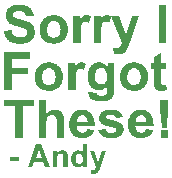
<source format=gto>
G04 Layer_Color=15132400*
%FSLAX25Y25*%
%MOIN*%
G70*
G01*
G75*
G36*
X269227Y159449D02*
X266804D01*
Y161872D01*
X269227D01*
Y159449D01*
D02*
G37*
G36*
X228596Y167393D02*
X228615Y167411D01*
X228651Y167447D01*
X228724Y167520D01*
X228797Y167611D01*
X228924Y167721D01*
X229052Y167830D01*
X229216Y167958D01*
X229380Y168103D01*
X229580Y168231D01*
X229799Y168358D01*
X230273Y168577D01*
X230528Y168668D01*
X230801Y168741D01*
X231093Y168778D01*
X231384Y168796D01*
X231530D01*
X231694Y168778D01*
X231894Y168759D01*
X232131Y168723D01*
X232368Y168650D01*
X232641Y168577D01*
X232896Y168468D01*
X232933Y168449D01*
X233006Y168413D01*
X233133Y168340D01*
X233279Y168249D01*
X233443Y168140D01*
X233607Y168012D01*
X233771Y167848D01*
X233917Y167684D01*
X233935Y167666D01*
X233971Y167593D01*
X234026Y167502D01*
X234099Y167375D01*
X234190Y167210D01*
X234263Y167028D01*
X234336Y166828D01*
X234390Y166609D01*
Y166591D01*
X234408Y166500D01*
X234427Y166354D01*
X234463Y166172D01*
X234481Y165917D01*
X234500Y165607D01*
X234518Y165243D01*
Y164805D01*
Y159449D01*
X232095D01*
Y164259D01*
Y164277D01*
Y164314D01*
Y164386D01*
Y164496D01*
Y164605D01*
Y164733D01*
X232076Y165024D01*
X232058Y165334D01*
X232040Y165644D01*
X232003Y165899D01*
X231967Y165990D01*
X231949Y166081D01*
Y166099D01*
X231912Y166154D01*
X231876Y166208D01*
X231839Y166299D01*
X231676Y166500D01*
X231584Y166609D01*
X231457Y166700D01*
X231439Y166719D01*
X231402Y166737D01*
X231311Y166773D01*
X231220Y166828D01*
X231093Y166864D01*
X230947Y166901D01*
X230765Y166919D01*
X230582Y166937D01*
X230473D01*
X230364Y166919D01*
X230218Y166901D01*
X230054Y166864D01*
X229872Y166810D01*
X229690Y166737D01*
X229507Y166628D01*
X229489Y166609D01*
X229434Y166573D01*
X229343Y166500D01*
X229252Y166409D01*
X229125Y166281D01*
X229015Y166136D01*
X228906Y165953D01*
X228815Y165753D01*
Y165735D01*
X228779Y165644D01*
X228742Y165516D01*
X228706Y165316D01*
X228669Y165079D01*
X228633Y164769D01*
X228615Y164423D01*
X228596Y164022D01*
Y159449D01*
X226173D01*
Y172057D01*
X228596D01*
Y167393D01*
D02*
G37*
G36*
X224570Y169925D02*
X220853D01*
Y159449D01*
X218302D01*
Y169925D01*
X214567D01*
Y172057D01*
X224570D01*
Y169925D01*
D02*
G37*
G36*
X269318Y169087D02*
X268699Y162710D01*
X267314D01*
X266694Y169087D01*
Y172057D01*
X269318D01*
Y169087D01*
D02*
G37*
G36*
X229799Y184526D02*
X229981Y184507D01*
X230182Y184471D01*
X230418Y184434D01*
X230655Y184380D01*
X230928Y184307D01*
X231202Y184216D01*
X231475Y184106D01*
X231767Y183979D01*
X232058Y183815D01*
X232331Y183633D01*
X232605Y183432D01*
X232860Y183195D01*
X232878Y183177D01*
X232914Y183141D01*
X232987Y183050D01*
X233060Y182959D01*
X233170Y182813D01*
X233279Y182667D01*
X233406Y182467D01*
X233534Y182266D01*
X233643Y182029D01*
X233771Y181774D01*
X233880Y181483D01*
X233989Y181191D01*
X234062Y180863D01*
X234135Y180535D01*
X234172Y180171D01*
X234190Y179788D01*
Y179770D01*
Y179697D01*
Y179588D01*
X234172Y179442D01*
X234153Y179260D01*
X234117Y179060D01*
X234081Y178823D01*
X234026Y178586D01*
X233953Y178313D01*
X233862Y178039D01*
X233753Y177748D01*
X233625Y177456D01*
X233461Y177165D01*
X233279Y176891D01*
X233079Y176618D01*
X232842Y176345D01*
X232823Y176327D01*
X232787Y176290D01*
X232714Y176217D01*
X232605Y176126D01*
X232477Y176035D01*
X232313Y175926D01*
X232131Y175798D01*
X231931Y175671D01*
X231694Y175543D01*
X231439Y175416D01*
X231165Y175306D01*
X230856Y175215D01*
X230546Y175124D01*
X230200Y175051D01*
X229854Y175015D01*
X229471Y174996D01*
X229343D01*
X229252Y175015D01*
X229143D01*
X229015Y175033D01*
X228706Y175069D01*
X228323Y175142D01*
X227922Y175233D01*
X227503Y175379D01*
X227066Y175561D01*
X227048D01*
X227011Y175580D01*
X226957Y175616D01*
X226884Y175671D01*
X226683Y175798D01*
X226428Y175980D01*
X226155Y176217D01*
X225863Y176509D01*
X225590Y176837D01*
X225335Y177219D01*
Y177237D01*
X225317Y177274D01*
X225280Y177329D01*
X225244Y177420D01*
X225207Y177529D01*
X225153Y177656D01*
X225098Y177802D01*
X225043Y177966D01*
X224989Y178148D01*
X224934Y178349D01*
X224843Y178804D01*
X224770Y179333D01*
X224752Y179898D01*
Y179916D01*
Y179952D01*
Y180025D01*
X224770Y180098D01*
Y180207D01*
X224788Y180335D01*
X224825Y180645D01*
X224898Y180991D01*
X225007Y181373D01*
X225134Y181792D01*
X225335Y182212D01*
Y182230D01*
X225371Y182266D01*
X225390Y182321D01*
X225444Y182394D01*
X225590Y182594D01*
X225772Y182849D01*
X226009Y183123D01*
X226301Y183414D01*
X226629Y183687D01*
X227011Y183942D01*
X227029D01*
X227066Y183961D01*
X227120Y183997D01*
X227212Y184034D01*
X227303Y184088D01*
X227430Y184125D01*
X227576Y184179D01*
X227722Y184252D01*
X228086Y184362D01*
X228505Y184453D01*
X228961Y184526D01*
X229453Y184544D01*
X229653D01*
X229799Y184526D01*
D02*
G37*
G36*
X246397D02*
X246525D01*
X246652Y184489D01*
X246834Y184471D01*
X247017Y184416D01*
X247217Y184362D01*
X247436Y184270D01*
X247654Y184179D01*
X247891Y184052D01*
X248128Y183906D01*
X248365Y183742D01*
X248602Y183523D01*
X248820Y183305D01*
X249039Y183031D01*
Y184343D01*
X251298D01*
Y176126D01*
Y176108D01*
Y176053D01*
Y175980D01*
Y175871D01*
Y175725D01*
X251280Y175580D01*
X251262Y175233D01*
X251226Y174832D01*
X251189Y174432D01*
X251116Y174049D01*
X251080Y173885D01*
X251025Y173721D01*
X251007Y173685D01*
X250971Y173593D01*
X250916Y173448D01*
X250825Y173266D01*
X250715Y173065D01*
X250588Y172846D01*
X250442Y172646D01*
X250260Y172464D01*
X250242Y172446D01*
X250169Y172391D01*
X250060Y172300D01*
X249932Y172209D01*
X249750Y172099D01*
X249531Y171972D01*
X249276Y171863D01*
X248985Y171753D01*
X248948Y171735D01*
X248839Y171717D01*
X248675Y171662D01*
X248438Y171626D01*
X248128Y171571D01*
X247782Y171516D01*
X247381Y171498D01*
X246944Y171480D01*
X246725D01*
X246561Y171498D01*
X246379D01*
X246160Y171516D01*
X245923Y171553D01*
X245669Y171589D01*
X245122Y171680D01*
X244575Y171826D01*
X244320Y171917D01*
X244065Y172027D01*
X243847Y172136D01*
X243646Y172282D01*
X243628Y172300D01*
X243610Y172318D01*
X243500Y172427D01*
X243336Y172591D01*
X243172Y172828D01*
X242990Y173120D01*
X242826Y173466D01*
X242717Y173867D01*
X242699Y174085D01*
X242680Y174304D01*
Y174322D01*
Y174395D01*
Y174486D01*
X242699Y174596D01*
X245468Y174268D01*
Y174249D01*
X245486Y174195D01*
X245504Y174104D01*
X245523Y174013D01*
X245614Y173794D01*
X245687Y173685D01*
X245778Y173612D01*
X245796Y173593D01*
X245851Y173575D01*
X245923Y173521D01*
X246051Y173484D01*
X246197Y173430D01*
X246379Y173375D01*
X246598Y173357D01*
X246853Y173338D01*
X247017D01*
X247181Y173357D01*
X247381Y173375D01*
X247618Y173411D01*
X247855Y173466D01*
X248074Y173539D01*
X248274Y173630D01*
X248292Y173648D01*
X248329Y173666D01*
X248383Y173703D01*
X248456Y173776D01*
X248529Y173867D01*
X248602Y173976D01*
X248675Y174104D01*
X248748Y174249D01*
Y174268D01*
X248766Y174304D01*
X248784Y174377D01*
X248820Y174504D01*
X248839Y174650D01*
X248857Y174832D01*
X248875Y175069D01*
Y175343D01*
Y176673D01*
X248857Y176654D01*
X248820Y176618D01*
X248766Y176545D01*
X248675Y176436D01*
X248584Y176327D01*
X248456Y176199D01*
X248292Y176071D01*
X248128Y175944D01*
X247946Y175798D01*
X247727Y175671D01*
X247272Y175434D01*
X247017Y175343D01*
X246743Y175270D01*
X246452Y175215D01*
X246142Y175197D01*
X246069D01*
X245960Y175215D01*
X245832D01*
X245687Y175251D01*
X245504Y175288D01*
X245304Y175324D01*
X245085Y175397D01*
X244867Y175470D01*
X244630Y175580D01*
X244375Y175707D01*
X244138Y175853D01*
X243901Y176035D01*
X243664Y176235D01*
X243446Y176472D01*
X243227Y176746D01*
Y176764D01*
X243191Y176800D01*
X243154Y176873D01*
X243099Y176964D01*
X243027Y177092D01*
X242954Y177237D01*
X242881Y177401D01*
X242808Y177602D01*
X242735Y177802D01*
X242662Y178039D01*
X242589Y178294D01*
X242516Y178568D01*
X242425Y179151D01*
X242407Y179479D01*
X242389Y179806D01*
Y179825D01*
Y179916D01*
Y180025D01*
X242407Y180189D01*
X242425Y180371D01*
X242443Y180590D01*
X242480Y180845D01*
X242535Y181100D01*
X242662Y181683D01*
X242753Y181975D01*
X242844Y182266D01*
X242972Y182539D01*
X243118Y182831D01*
X243282Y183086D01*
X243482Y183323D01*
X243500Y183341D01*
X243537Y183378D01*
X243591Y183432D01*
X243683Y183523D01*
X243792Y183615D01*
X243919Y183706D01*
X244065Y183815D01*
X244247Y183942D01*
X244429Y184052D01*
X244648Y184161D01*
X245104Y184362D01*
X245377Y184434D01*
X245650Y184489D01*
X245942Y184526D01*
X246233Y184544D01*
X246306D01*
X246397Y184526D01*
D02*
G37*
G36*
X250551Y168778D02*
X250734Y168759D01*
X250934Y168741D01*
X251153Y168723D01*
X251608Y168650D01*
X252064Y168541D01*
X252501Y168377D01*
X252701Y168286D01*
X252884Y168176D01*
X252902D01*
X252920Y168140D01*
X253029Y168067D01*
X253193Y167921D01*
X253376Y167721D01*
X253594Y167484D01*
X253795Y167174D01*
X253995Y166810D01*
X254141Y166391D01*
X251863Y165972D01*
Y165990D01*
X251827Y166063D01*
X251790Y166154D01*
X251736Y166263D01*
X251663Y166409D01*
X251554Y166536D01*
X251444Y166664D01*
X251298Y166773D01*
X251280Y166791D01*
X251226Y166828D01*
X251134Y166864D01*
X251007Y166919D01*
X250843Y166974D01*
X250642Y167028D01*
X250406Y167047D01*
X250132Y167065D01*
X249968D01*
X249804Y167047D01*
X249604Y167028D01*
X249367Y166992D01*
X249149Y166955D01*
X248948Y166883D01*
X248766Y166791D01*
X248748D01*
X248729Y166755D01*
X248638Y166664D01*
X248529Y166500D01*
X248511Y166409D01*
X248493Y166299D01*
Y166281D01*
Y166263D01*
X248529Y166154D01*
X248602Y166008D01*
X248657Y165935D01*
X248729Y165862D01*
X248748Y165844D01*
X248820Y165826D01*
X248857Y165789D01*
X248930Y165771D01*
X249021Y165735D01*
X249130Y165680D01*
X249276Y165644D01*
X249422Y165589D01*
X249604Y165534D01*
X249823Y165480D01*
X250060Y165407D01*
X250333Y165334D01*
X250642Y165261D01*
X250989Y165170D01*
X251007D01*
X251080Y165152D01*
X251171Y165134D01*
X251298Y165097D01*
X251462Y165042D01*
X251645Y165006D01*
X252045Y164878D01*
X252501Y164714D01*
X252938Y164532D01*
X253157Y164423D01*
X253357Y164332D01*
X253521Y164204D01*
X253685Y164095D01*
X253722Y164058D01*
X253813Y163986D01*
X253922Y163840D01*
X254068Y163639D01*
X254214Y163384D01*
X254323Y163075D01*
X254414Y162710D01*
X254450Y162309D01*
Y162291D01*
Y162255D01*
Y162182D01*
X254432Y162091D01*
X254414Y162000D01*
X254396Y161872D01*
X254323Y161562D01*
X254195Y161234D01*
X254104Y161052D01*
X254013Y160870D01*
X253886Y160688D01*
X253740Y160506D01*
X253576Y160323D01*
X253394Y160141D01*
X253376Y160123D01*
X253339Y160105D01*
X253284Y160068D01*
X253193Y159995D01*
X253084Y159941D01*
X252957Y159868D01*
X252793Y159777D01*
X252610Y159704D01*
X252410Y159613D01*
X252173Y159540D01*
X251918Y159449D01*
X251645Y159394D01*
X251335Y159339D01*
X251007Y159285D01*
X250661Y159267D01*
X250296Y159248D01*
X250114D01*
X249987Y159267D01*
X249823D01*
X249640Y159285D01*
X249440Y159303D01*
X249221Y159339D01*
X248748Y159431D01*
X248256Y159558D01*
X247764Y159740D01*
X247545Y159868D01*
X247326Y159995D01*
X247308Y160014D01*
X247272Y160032D01*
X247217Y160068D01*
X247163Y160141D01*
X246962Y160305D01*
X246743Y160542D01*
X246507Y160834D01*
X246288Y161180D01*
X246088Y161599D01*
X245923Y162054D01*
X248347Y162419D01*
Y162382D01*
X248383Y162309D01*
X248420Y162182D01*
X248474Y162018D01*
X248566Y161836D01*
X248675Y161672D01*
X248802Y161489D01*
X248966Y161344D01*
X248985Y161326D01*
X249057Y161289D01*
X249167Y161234D01*
X249312Y161180D01*
X249495Y161107D01*
X249731Y161052D01*
X249987Y161016D01*
X250296Y160997D01*
X250442D01*
X250624Y161016D01*
X250825Y161034D01*
X251043Y161070D01*
X251280Y161143D01*
X251499Y161216D01*
X251699Y161326D01*
X251717Y161344D01*
X251754Y161380D01*
X251809Y161435D01*
X251863Y161508D01*
X251918Y161599D01*
X251973Y161708D01*
X252009Y161836D01*
X252027Y161981D01*
Y162000D01*
Y162036D01*
X252009Y162145D01*
X251954Y162291D01*
X251845Y162437D01*
X251809Y162473D01*
X251754Y162492D01*
X251681Y162546D01*
X251572Y162583D01*
X251426Y162637D01*
X251262Y162692D01*
X251043Y162747D01*
X251007D01*
X250916Y162783D01*
X250770Y162820D01*
X250570Y162856D01*
X250333Y162911D01*
X250078Y162984D01*
X249786Y163056D01*
X249477Y163147D01*
X248839Y163330D01*
X248529Y163421D01*
X248237Y163530D01*
X247964Y163621D01*
X247709Y163731D01*
X247491Y163840D01*
X247326Y163931D01*
X247308Y163949D01*
X247272Y163967D01*
X247235Y164004D01*
X247163Y164077D01*
X246980Y164241D01*
X246798Y164478D01*
X246598Y164769D01*
X246415Y165115D01*
X246343Y165316D01*
X246306Y165534D01*
X246270Y165753D01*
X246252Y165990D01*
Y166008D01*
Y166044D01*
Y166099D01*
X246270Y166190D01*
X246288Y166281D01*
X246306Y166409D01*
X246361Y166682D01*
X246470Y166992D01*
X246652Y167320D01*
X246743Y167502D01*
X246871Y167666D01*
X247017Y167830D01*
X247181Y167976D01*
X247199Y167994D01*
X247217Y168012D01*
X247272Y168049D01*
X247363Y168103D01*
X247454Y168158D01*
X247582Y168231D01*
X247727Y168304D01*
X247891Y168395D01*
X248092Y168468D01*
X248310Y168541D01*
X248547Y168614D01*
X248802Y168668D01*
X249094Y168723D01*
X249404Y168759D01*
X249731Y168796D01*
X250406D01*
X250551Y168778D01*
D02*
G37*
G36*
X219388Y151628D02*
X216535D01*
Y153082D01*
X219388D01*
Y151628D01*
D02*
G37*
G36*
X246724Y149803D02*
X246374Y148863D01*
X246363Y148841D01*
X246341Y148787D01*
X246298Y148699D01*
X246254Y148590D01*
X246199Y148470D01*
X246134Y148349D01*
X246068Y148240D01*
X246003Y148131D01*
X245992Y148120D01*
X245970Y148087D01*
X245937Y148043D01*
X245893Y147978D01*
X245773Y147847D01*
X245609Y147715D01*
X245598Y147705D01*
X245566Y147694D01*
X245522Y147661D01*
X245456Y147628D01*
X245380Y147595D01*
X245292Y147552D01*
X245183Y147508D01*
X245063Y147475D01*
X245052D01*
X245008Y147464D01*
X244942Y147442D01*
X244844Y147431D01*
X244735Y147409D01*
X244615Y147388D01*
X244473Y147377D01*
X244254D01*
X244166Y147388D01*
X244068D01*
X243937Y147398D01*
X243806Y147420D01*
X243511Y147475D01*
X243379Y148612D01*
X243390D01*
X243434Y148601D01*
X243500Y148590D01*
X243587Y148579D01*
X243675Y148557D01*
X243784Y148546D01*
X243992Y148535D01*
X244079D01*
X244166Y148557D01*
X244276Y148579D01*
X244396Y148612D01*
X244516Y148666D01*
X244637Y148743D01*
X244735Y148841D01*
X244746Y148852D01*
X244778Y148896D01*
X244822Y148961D01*
X244877Y149049D01*
X244932Y149158D01*
X244997Y149289D01*
X245052Y149431D01*
X245106Y149595D01*
X243030Y155093D01*
X244571D01*
X245871Y151191D01*
X247161Y155093D01*
X248659D01*
X246724Y149803D01*
D02*
G37*
G36*
X229990Y149606D02*
X228340D01*
X227684Y151322D01*
X224645D01*
X224023Y149606D01*
X222405D01*
X225334Y157170D01*
X226952D01*
X229990Y149606D01*
D02*
G37*
G36*
X234100Y155202D02*
X234220Y155192D01*
X234351Y155170D01*
X234493Y155137D01*
X234646Y155093D01*
X234800Y155038D01*
X234821Y155028D01*
X234865Y155006D01*
X234942Y154973D01*
X235029Y154918D01*
X235127Y154853D01*
X235226Y154776D01*
X235324Y154689D01*
X235412Y154590D01*
X235422Y154579D01*
X235444Y154547D01*
X235477Y154492D01*
X235521Y154416D01*
X235576Y154328D01*
X235619Y154219D01*
X235663Y154110D01*
X235696Y153978D01*
Y153967D01*
X235707Y153913D01*
X235729Y153836D01*
X235739Y153727D01*
X235761Y153596D01*
X235772Y153421D01*
X235783Y153235D01*
Y153006D01*
Y149606D01*
X234330D01*
Y152393D01*
Y152404D01*
Y152437D01*
Y152481D01*
Y152535D01*
Y152612D01*
Y152689D01*
X234318Y152874D01*
X234308Y153060D01*
X234286Y153257D01*
X234264Y153421D01*
X234253Y153486D01*
X234231Y153541D01*
Y153552D01*
X234209Y153585D01*
X234187Y153629D01*
X234155Y153694D01*
X234056Y153825D01*
X234002Y153891D01*
X233925Y153946D01*
X233914Y153956D01*
X233892Y153967D01*
X233849Y153989D01*
X233783Y154022D01*
X233706Y154055D01*
X233630Y154077D01*
X233532Y154088D01*
X233422Y154098D01*
X233357D01*
X233291Y154088D01*
X233204Y154077D01*
X233094Y154044D01*
X232985Y154011D01*
X232865Y153956D01*
X232745Y153891D01*
X232734Y153880D01*
X232701Y153858D01*
X232646Y153803D01*
X232581Y153749D01*
X232515Y153661D01*
X232450Y153574D01*
X232384Y153454D01*
X232340Y153333D01*
Y153323D01*
X232318Y153268D01*
X232307Y153180D01*
X232286Y153049D01*
X232275Y152973D01*
X232264Y152874D01*
X232253Y152776D01*
Y152656D01*
X232242Y152535D01*
X232231Y152393D01*
Y152240D01*
Y152076D01*
Y149606D01*
X230777D01*
Y155093D01*
X232122D01*
Y154284D01*
X232133Y154295D01*
X232154Y154328D01*
X232198Y154372D01*
X232253Y154426D01*
X232318Y154503D01*
X232406Y154579D01*
X232504Y154667D01*
X232613Y154754D01*
X232734Y154831D01*
X232876Y154918D01*
X233018Y154995D01*
X233182Y155071D01*
X233357Y155126D01*
X233532Y155170D01*
X233728Y155202D01*
X233925Y155213D01*
X234002D01*
X234100Y155202D01*
D02*
G37*
G36*
X260390Y168778D02*
X260554Y168759D01*
X260755Y168723D01*
X260973Y168686D01*
X261210Y168632D01*
X261465Y168559D01*
X261720Y168468D01*
X261994Y168358D01*
X262267Y168213D01*
X262522Y168067D01*
X262777Y167885D01*
X263032Y167666D01*
X263251Y167429D01*
X263269Y167411D01*
X263305Y167375D01*
X263360Y167283D01*
X263433Y167174D01*
X263524Y167028D01*
X263615Y166864D01*
X263724Y166646D01*
X263834Y166409D01*
X263943Y166136D01*
X264052Y165826D01*
X264144Y165498D01*
X264235Y165115D01*
X264307Y164714D01*
X264362Y164277D01*
X264399Y163822D01*
Y163312D01*
X258350D01*
Y163293D01*
Y163257D01*
Y163202D01*
X258368Y163129D01*
X258386Y162947D01*
X258422Y162692D01*
X258495Y162437D01*
X258605Y162145D01*
X258732Y161872D01*
X258914Y161635D01*
X258933Y161617D01*
X259024Y161544D01*
X259133Y161453D01*
X259297Y161344D01*
X259497Y161234D01*
X259752Y161143D01*
X260026Y161070D01*
X260317Y161052D01*
X260408D01*
X260518Y161070D01*
X260645Y161089D01*
X260791Y161125D01*
X260955Y161180D01*
X261119Y161253D01*
X261265Y161362D01*
X261283Y161380D01*
X261338Y161417D01*
X261411Y161489D01*
X261483Y161599D01*
X261593Y161744D01*
X261684Y161908D01*
X261775Y162127D01*
X261866Y162364D01*
X264271Y161963D01*
Y161945D01*
X264253Y161908D01*
X264216Y161836D01*
X264180Y161744D01*
X264125Y161635D01*
X264071Y161508D01*
X263907Y161216D01*
X263706Y160888D01*
X263451Y160542D01*
X263141Y160232D01*
X262795Y159941D01*
X262777D01*
X262759Y159904D01*
X262686Y159886D01*
X262613Y159831D01*
X262522Y159777D01*
X262394Y159722D01*
X262267Y159668D01*
X262103Y159595D01*
X261738Y159467D01*
X261319Y159358D01*
X260827Y159285D01*
X260299Y159248D01*
X260190D01*
X260081Y159267D01*
X259916D01*
X259716Y159303D01*
X259479Y159339D01*
X259224Y159376D01*
X258969Y159449D01*
X258678Y159522D01*
X258386Y159631D01*
X258095Y159759D01*
X257803Y159904D01*
X257511Y160087D01*
X257238Y160287D01*
X257001Y160524D01*
X256764Y160797D01*
X256746Y160815D01*
X256728Y160852D01*
X256692Y160925D01*
X256619Y161016D01*
X256564Y161143D01*
X256491Y161289D01*
X256400Y161453D01*
X256327Y161653D01*
X256236Y161872D01*
X256163Y162109D01*
X256072Y162364D01*
X256017Y162655D01*
X255963Y162947D01*
X255908Y163257D01*
X255890Y163603D01*
X255872Y163949D01*
Y163967D01*
Y164040D01*
Y164168D01*
X255890Y164332D01*
X255908Y164514D01*
X255926Y164733D01*
X255963Y164970D01*
X256017Y165243D01*
X256163Y165808D01*
X256254Y166099D01*
X256364Y166409D01*
X256509Y166700D01*
X256673Y166974D01*
X256856Y167247D01*
X257056Y167502D01*
X257074Y167520D01*
X257111Y167557D01*
X257184Y167630D01*
X257275Y167702D01*
X257384Y167794D01*
X257530Y167903D01*
X257694Y168030D01*
X257876Y168158D01*
X258076Y168267D01*
X258313Y168395D01*
X258550Y168504D01*
X258823Y168595D01*
X259097Y168668D01*
X259406Y168741D01*
X259716Y168778D01*
X260044Y168796D01*
X260244D01*
X260390Y168778D01*
D02*
G37*
G36*
X240786D02*
X240950Y168759D01*
X241150Y168723D01*
X241369Y168686D01*
X241605Y168632D01*
X241861Y168559D01*
X242116Y168468D01*
X242389Y168358D01*
X242662Y168213D01*
X242917Y168067D01*
X243172Y167885D01*
X243427Y167666D01*
X243646Y167429D01*
X243664Y167411D01*
X243701Y167375D01*
X243755Y167283D01*
X243828Y167174D01*
X243919Y167028D01*
X244010Y166864D01*
X244120Y166646D01*
X244229Y166409D01*
X244338Y166136D01*
X244448Y165826D01*
X244539Y165498D01*
X244630Y165115D01*
X244703Y164714D01*
X244758Y164277D01*
X244794Y163822D01*
Y163312D01*
X238745D01*
Y163293D01*
Y163257D01*
Y163202D01*
X238763Y163129D01*
X238781Y162947D01*
X238818Y162692D01*
X238891Y162437D01*
X239000Y162145D01*
X239127Y161872D01*
X239310Y161635D01*
X239328Y161617D01*
X239419Y161544D01*
X239528Y161453D01*
X239692Y161344D01*
X239893Y161234D01*
X240148Y161143D01*
X240421Y161070D01*
X240713Y161052D01*
X240804D01*
X240913Y161070D01*
X241041Y161089D01*
X241186Y161125D01*
X241350Y161180D01*
X241514Y161253D01*
X241660Y161362D01*
X241678Y161380D01*
X241733Y161417D01*
X241806Y161489D01*
X241879Y161599D01*
X241988Y161744D01*
X242079Y161908D01*
X242170Y162127D01*
X242261Y162364D01*
X244666Y161963D01*
Y161945D01*
X244648Y161908D01*
X244612Y161836D01*
X244575Y161744D01*
X244521Y161635D01*
X244466Y161508D01*
X244302Y161216D01*
X244102Y160888D01*
X243847Y160542D01*
X243537Y160232D01*
X243191Y159941D01*
X243172D01*
X243154Y159904D01*
X243081Y159886D01*
X243008Y159831D01*
X242917Y159777D01*
X242790Y159722D01*
X242662Y159668D01*
X242498Y159595D01*
X242134Y159467D01*
X241715Y159358D01*
X241223Y159285D01*
X240694Y159248D01*
X240585D01*
X240476Y159267D01*
X240312D01*
X240111Y159303D01*
X239875Y159339D01*
X239619Y159376D01*
X239364Y159449D01*
X239073Y159522D01*
X238781Y159631D01*
X238490Y159759D01*
X238198Y159904D01*
X237907Y160087D01*
X237633Y160287D01*
X237397Y160524D01*
X237160Y160797D01*
X237141Y160815D01*
X237123Y160852D01*
X237087Y160925D01*
X237014Y161016D01*
X236959Y161143D01*
X236886Y161289D01*
X236795Y161453D01*
X236722Y161653D01*
X236631Y161872D01*
X236559Y162109D01*
X236467Y162364D01*
X236413Y162655D01*
X236358Y162947D01*
X236303Y163257D01*
X236285Y163603D01*
X236267Y163949D01*
Y163967D01*
Y164040D01*
Y164168D01*
X236285Y164332D01*
X236303Y164514D01*
X236322Y164733D01*
X236358Y164970D01*
X236413Y165243D01*
X236559Y165808D01*
X236650Y166099D01*
X236759Y166409D01*
X236905Y166700D01*
X237069Y166974D01*
X237251Y167247D01*
X237451Y167502D01*
X237470Y167520D01*
X237506Y167557D01*
X237579Y167630D01*
X237670Y167702D01*
X237779Y167794D01*
X237925Y167903D01*
X238089Y168030D01*
X238271Y168158D01*
X238472Y168267D01*
X238708Y168395D01*
X238945Y168504D01*
X239219Y168595D01*
X239492Y168668D01*
X239802Y168741D01*
X240111Y168778D01*
X240439Y168796D01*
X240640D01*
X240786Y168778D01*
D02*
G37*
G36*
X242286Y149606D02*
X240942D01*
Y150404D01*
X240931Y150382D01*
X240887Y150328D01*
X240811Y150240D01*
X240713Y150142D01*
X240603Y150033D01*
X240461Y149912D01*
X240308Y149803D01*
X240144Y149705D01*
X240122Y149694D01*
X240068Y149672D01*
X239969Y149639D01*
X239860Y149595D01*
X239718Y149552D01*
X239554Y149519D01*
X239390Y149497D01*
X239215Y149486D01*
X239128D01*
X239062Y149497D01*
X238975Y149508D01*
X238887Y149530D01*
X238778Y149552D01*
X238658Y149584D01*
X238538Y149617D01*
X238406Y149672D01*
X238275Y149726D01*
X238133Y149803D01*
X238002Y149890D01*
X237860Y149989D01*
X237729Y150109D01*
X237597Y150240D01*
X237587Y150251D01*
X237565Y150273D01*
X237532Y150317D01*
X237499Y150382D01*
X237444Y150459D01*
X237390Y150557D01*
X237324Y150666D01*
X237270Y150798D01*
X237204Y150940D01*
X237139Y151093D01*
X237084Y151268D01*
X237040Y151453D01*
X236996Y151661D01*
X236964Y151880D01*
X236942Y152109D01*
X236931Y152361D01*
Y152372D01*
Y152426D01*
Y152492D01*
X236942Y152590D01*
X236953Y152710D01*
X236964Y152842D01*
X236985Y152995D01*
X237007Y153148D01*
X237084Y153497D01*
X237139Y153672D01*
X237204Y153847D01*
X237281Y154022D01*
X237368Y154186D01*
X237466Y154339D01*
X237576Y154481D01*
X237587Y154492D01*
X237609Y154514D01*
X237641Y154547D01*
X237696Y154601D01*
X237761Y154656D01*
X237838Y154711D01*
X237925Y154776D01*
X238035Y154853D01*
X238144Y154918D01*
X238275Y154984D01*
X238548Y155104D01*
X238712Y155148D01*
X238876Y155181D01*
X239051Y155202D01*
X239237Y155213D01*
X239324D01*
X239390Y155202D01*
X239467Y155192D01*
X239565Y155170D01*
X239663Y155148D01*
X239784Y155115D01*
X239904Y155082D01*
X240035Y155028D01*
X240166Y154962D01*
X240297Y154896D01*
X240439Y154798D01*
X240570Y154700D01*
X240702Y154579D01*
X240833Y154448D01*
Y157170D01*
X242286D01*
Y149606D01*
D02*
G37*
G36*
X268626Y190945D02*
X266075D01*
Y203553D01*
X268626D01*
Y190945D01*
D02*
G37*
G36*
X231457Y200273D02*
X231639Y200255D01*
X231839Y200219D01*
X232076Y200182D01*
X232313Y200128D01*
X232587Y200055D01*
X232860Y199964D01*
X233133Y199855D01*
X233425Y199727D01*
X233716Y199563D01*
X233989Y199381D01*
X234263Y199180D01*
X234518Y198943D01*
X234536Y198925D01*
X234573Y198889D01*
X234645Y198798D01*
X234718Y198707D01*
X234828Y198561D01*
X234937Y198415D01*
X235064Y198215D01*
X235192Y198014D01*
X235301Y197777D01*
X235429Y197522D01*
X235538Y197231D01*
X235648Y196939D01*
X235720Y196611D01*
X235793Y196283D01*
X235830Y195919D01*
X235848Y195536D01*
Y195518D01*
Y195445D01*
Y195336D01*
X235830Y195190D01*
X235811Y195008D01*
X235775Y194808D01*
X235739Y194571D01*
X235684Y194334D01*
X235611Y194061D01*
X235520Y193787D01*
X235411Y193496D01*
X235283Y193204D01*
X235119Y192913D01*
X234937Y192639D01*
X234736Y192366D01*
X234500Y192093D01*
X234481Y192075D01*
X234445Y192038D01*
X234372Y191965D01*
X234263Y191874D01*
X234135Y191783D01*
X233971Y191674D01*
X233789Y191546D01*
X233589Y191419D01*
X233352Y191291D01*
X233097Y191164D01*
X232823Y191054D01*
X232514Y190963D01*
X232204Y190872D01*
X231858Y190799D01*
X231511Y190763D01*
X231129Y190744D01*
X231001D01*
X230910Y190763D01*
X230801D01*
X230673Y190781D01*
X230364Y190817D01*
X229981Y190890D01*
X229580Y190981D01*
X229161Y191127D01*
X228724Y191309D01*
X228706D01*
X228669Y191328D01*
X228615Y191364D01*
X228542Y191419D01*
X228341Y191546D01*
X228086Y191728D01*
X227813Y191965D01*
X227521Y192257D01*
X227248Y192585D01*
X226993Y192967D01*
Y192985D01*
X226975Y193022D01*
X226938Y193077D01*
X226902Y193168D01*
X226865Y193277D01*
X226811Y193405D01*
X226756Y193550D01*
X226701Y193714D01*
X226647Y193896D01*
X226592Y194097D01*
X226501Y194552D01*
X226428Y195081D01*
X226410Y195646D01*
Y195664D01*
Y195700D01*
Y195773D01*
X226428Y195846D01*
Y195955D01*
X226446Y196083D01*
X226483Y196393D01*
X226556Y196739D01*
X226665Y197122D01*
X226793Y197540D01*
X226993Y197960D01*
Y197978D01*
X227029Y198014D01*
X227048Y198069D01*
X227102Y198142D01*
X227248Y198342D01*
X227430Y198597D01*
X227667Y198871D01*
X227959Y199162D01*
X228287Y199435D01*
X228669Y199690D01*
X228687D01*
X228724Y199709D01*
X228779Y199745D01*
X228870Y199782D01*
X228961Y199836D01*
X229088Y199873D01*
X229234Y199927D01*
X229380Y200000D01*
X229744Y200110D01*
X230163Y200201D01*
X230619Y200273D01*
X231111Y200292D01*
X231311D01*
X231457Y200273D01*
D02*
G37*
G36*
X240585Y184526D02*
X240786Y184489D01*
X241041Y184434D01*
X241314Y184343D01*
X241587Y184234D01*
X241879Y184070D01*
X241113Y181975D01*
X241095Y181993D01*
X241004Y182029D01*
X240895Y182102D01*
X240749Y182175D01*
X240567Y182248D01*
X240385Y182321D01*
X240184Y182357D01*
X239984Y182376D01*
X239911D01*
X239802Y182357D01*
X239692Y182339D01*
X239565Y182303D01*
X239419Y182248D01*
X239273Y182175D01*
X239127Y182084D01*
X239109Y182066D01*
X239073Y182029D01*
X239000Y181957D01*
X238927Y181847D01*
X238836Y181720D01*
X238745Y181537D01*
X238654Y181319D01*
X238581Y181064D01*
Y181027D01*
X238563Y180973D01*
X238545Y180918D01*
Y180827D01*
X238526Y180718D01*
X238508Y180572D01*
X238490Y180408D01*
X238472Y180226D01*
X238453Y179989D01*
X238435Y179752D01*
Y179460D01*
X238417Y179151D01*
X238399Y178804D01*
Y178422D01*
Y178003D01*
Y175197D01*
X235975D01*
Y184343D01*
X238216D01*
Y183050D01*
X238235Y183068D01*
X238308Y183177D01*
X238417Y183341D01*
X238563Y183542D01*
X238708Y183742D01*
X238891Y183942D01*
X239055Y184125D01*
X239237Y184252D01*
X239255Y184270D01*
X239310Y184307D01*
X239419Y184343D01*
X239546Y184398D01*
X239692Y184453D01*
X239875Y184507D01*
X240057Y184526D01*
X240275Y184544D01*
X240421D01*
X240585Y184526D01*
D02*
G37*
G36*
X256455Y191273D02*
X255872Y189706D01*
X255854Y189670D01*
X255817Y189578D01*
X255744Y189433D01*
X255671Y189250D01*
X255580Y189050D01*
X255471Y188850D01*
X255362Y188667D01*
X255252Y188485D01*
X255234Y188467D01*
X255198Y188412D01*
X255143Y188339D01*
X255070Y188230D01*
X254870Y188012D01*
X254596Y187793D01*
X254578Y187775D01*
X254523Y187756D01*
X254450Y187702D01*
X254341Y187647D01*
X254214Y187592D01*
X254068Y187520D01*
X253886Y187447D01*
X253685Y187392D01*
X253667D01*
X253594Y187374D01*
X253485Y187337D01*
X253321Y187319D01*
X253139Y187283D01*
X252938Y187246D01*
X252701Y187228D01*
X252337D01*
X252191Y187246D01*
X252027D01*
X251809Y187264D01*
X251590Y187301D01*
X251098Y187392D01*
X250879Y189287D01*
X250898D01*
X250971Y189269D01*
X251080Y189250D01*
X251226Y189232D01*
X251371Y189196D01*
X251554Y189178D01*
X251900Y189159D01*
X252045D01*
X252191Y189196D01*
X252373Y189232D01*
X252574Y189287D01*
X252774Y189378D01*
X252975Y189506D01*
X253139Y189670D01*
X253157Y189688D01*
X253211Y189761D01*
X253284Y189870D01*
X253376Y190016D01*
X253467Y190198D01*
X253576Y190417D01*
X253667Y190653D01*
X253758Y190927D01*
X250296Y200091D01*
X252865D01*
X255034Y193587D01*
X257184Y200091D01*
X259680D01*
X256455Y191273D01*
D02*
G37*
G36*
X220015Y203772D02*
X220215Y203753D01*
X220452Y203735D01*
X220689Y203699D01*
X220962Y203662D01*
X221545Y203535D01*
X221837Y203444D01*
X222128Y203353D01*
X222420Y203225D01*
X222693Y203079D01*
X222948Y202915D01*
X223185Y202733D01*
X223203Y202715D01*
X223240Y202679D01*
X223294Y202624D01*
X223367Y202551D01*
X223458Y202442D01*
X223568Y202314D01*
X223677Y202168D01*
X223804Y202004D01*
X223914Y201804D01*
X224023Y201604D01*
X224132Y201367D01*
X224223Y201112D01*
X224315Y200857D01*
X224388Y200565D01*
X224442Y200273D01*
X224460Y199946D01*
X221910Y199855D01*
Y199873D01*
Y199891D01*
X221873Y200018D01*
X221837Y200182D01*
X221764Y200383D01*
X221673Y200620D01*
X221545Y200838D01*
X221381Y201057D01*
X221199Y201239D01*
X221181Y201257D01*
X221108Y201312D01*
X220980Y201385D01*
X220798Y201458D01*
X220580Y201531D01*
X220306Y201604D01*
X219978Y201658D01*
X219596Y201677D01*
X219413D01*
X219213Y201658D01*
X218976Y201622D01*
X218703Y201567D01*
X218411Y201476D01*
X218138Y201367D01*
X217883Y201203D01*
X217865Y201185D01*
X217828Y201148D01*
X217755Y201093D01*
X217683Y201002D01*
X217610Y200893D01*
X217537Y200747D01*
X217500Y200602D01*
X217482Y200419D01*
Y200401D01*
Y200346D01*
X217500Y200255D01*
X217537Y200164D01*
X217573Y200037D01*
X217628Y199909D01*
X217719Y199782D01*
X217846Y199654D01*
X217865Y199636D01*
X217956Y199581D01*
X218010Y199545D01*
X218102Y199508D01*
X218193Y199454D01*
X218320Y199399D01*
X218466Y199344D01*
X218630Y199271D01*
X218830Y199198D01*
X219031Y199126D01*
X219286Y199053D01*
X219559Y198980D01*
X219851Y198907D01*
X220179Y198816D01*
X220197D01*
X220270Y198798D01*
X220361Y198779D01*
X220488Y198743D01*
X220634Y198707D01*
X220816Y198652D01*
X221017Y198597D01*
X221217Y198543D01*
X221655Y198397D01*
X222110Y198251D01*
X222547Y198087D01*
X222729Y197996D01*
X222912Y197905D01*
X222930D01*
X222948Y197887D01*
X223058Y197814D01*
X223221Y197705D01*
X223422Y197559D01*
X223640Y197377D01*
X223877Y197158D01*
X224114Y196903D01*
X224315Y196611D01*
X224333Y196575D01*
X224388Y196466D01*
X224479Y196302D01*
X224570Y196065D01*
X224661Y195773D01*
X224752Y195427D01*
X224807Y195044D01*
X224825Y194607D01*
Y194589D01*
Y194552D01*
Y194498D01*
Y194425D01*
X224807Y194334D01*
X224788Y194206D01*
X224752Y193951D01*
X224679Y193623D01*
X224570Y193277D01*
X224406Y192931D01*
X224205Y192567D01*
Y192548D01*
X224169Y192530D01*
X224096Y192421D01*
X223950Y192238D01*
X223768Y192038D01*
X223531Y191801D01*
X223221Y191583D01*
X222894Y191364D01*
X222493Y191164D01*
X222474D01*
X222438Y191145D01*
X222383Y191127D01*
X222292Y191091D01*
X222183Y191054D01*
X222055Y191018D01*
X221910Y190981D01*
X221746Y190945D01*
X221545Y190890D01*
X221345Y190854D01*
X220871Y190781D01*
X220343Y190726D01*
X219760Y190708D01*
X219523D01*
X219359Y190726D01*
X219158Y190744D01*
X218940Y190763D01*
X218685Y190799D01*
X218411Y190854D01*
X217810Y190981D01*
X217500Y191072D01*
X217209Y191164D01*
X216899Y191291D01*
X216608Y191437D01*
X216334Y191601D01*
X216079Y191801D01*
X216061Y191819D01*
X216024Y191856D01*
X215952Y191911D01*
X215879Y192002D01*
X215770Y192129D01*
X215660Y192275D01*
X215533Y192439D01*
X215405Y192621D01*
X215278Y192840D01*
X215150Y193077D01*
X215022Y193350D01*
X214895Y193641D01*
X214804Y193951D01*
X214694Y194297D01*
X214622Y194662D01*
X214567Y195044D01*
X217045Y195281D01*
Y195263D01*
X217063Y195227D01*
Y195154D01*
X217081Y195081D01*
X217154Y194862D01*
X217245Y194589D01*
X217355Y194279D01*
X217519Y193969D01*
X217701Y193696D01*
X217938Y193441D01*
X217974Y193423D01*
X218065Y193350D01*
X218211Y193259D01*
X218430Y193149D01*
X218703Y193040D01*
X219013Y192949D01*
X219377Y192876D01*
X219796Y192858D01*
X219997D01*
X220215Y192894D01*
X220488Y192931D01*
X220780Y192985D01*
X221090Y193077D01*
X221381Y193204D01*
X221636Y193368D01*
X221673Y193386D01*
X221746Y193459D01*
X221837Y193569D01*
X221964Y193714D01*
X222074Y193896D01*
X222183Y194115D01*
X222256Y194334D01*
X222274Y194589D01*
Y194607D01*
Y194662D01*
X222256Y194753D01*
X222238Y194862D01*
X222201Y194972D01*
X222165Y195099D01*
X222092Y195227D01*
X222001Y195354D01*
X221983Y195372D01*
X221946Y195409D01*
X221891Y195463D01*
X221800Y195536D01*
X221673Y195627D01*
X221509Y195719D01*
X221326Y195810D01*
X221090Y195901D01*
X221072D01*
X220999Y195937D01*
X220871Y195974D01*
X220780Y196010D01*
X220671Y196028D01*
X220543Y196065D01*
X220397Y196119D01*
X220233Y196156D01*
X220051Y196211D01*
X219832Y196265D01*
X219596Y196320D01*
X219341Y196393D01*
X219049Y196466D01*
X219031D01*
X218958Y196484D01*
X218849Y196520D01*
X218721Y196557D01*
X218557Y196611D01*
X218357Y196666D01*
X218156Y196739D01*
X217919Y196812D01*
X217446Y196994D01*
X216990Y197213D01*
X216753Y197322D01*
X216553Y197449D01*
X216353Y197577D01*
X216189Y197705D01*
X216170Y197723D01*
X216134Y197759D01*
X216079Y197814D01*
X216006Y197887D01*
X215915Y197996D01*
X215824Y198124D01*
X215715Y198251D01*
X215624Y198415D01*
X215405Y198798D01*
X215223Y199235D01*
X215150Y199472D01*
X215095Y199709D01*
X215059Y199982D01*
X215041Y200255D01*
Y200273D01*
Y200292D01*
Y200346D01*
Y200419D01*
X215077Y200602D01*
X215113Y200838D01*
X215168Y201112D01*
X215259Y201421D01*
X215387Y201749D01*
X215569Y202059D01*
Y202077D01*
X215587Y202096D01*
X215678Y202205D01*
X215788Y202351D01*
X215970Y202533D01*
X216189Y202733D01*
X216462Y202952D01*
X216772Y203152D01*
X217136Y203334D01*
X217154D01*
X217191Y203353D01*
X217245Y203371D01*
X217318Y203407D01*
X217427Y203444D01*
X217537Y203480D01*
X217683Y203517D01*
X217846Y203571D01*
X218211Y203644D01*
X218630Y203717D01*
X219104Y203772D01*
X219632Y203790D01*
X219851D01*
X220015Y203772D01*
D02*
G37*
G36*
X249094Y200273D02*
X249294Y200237D01*
X249549Y200182D01*
X249823Y200091D01*
X250096Y199982D01*
X250387Y199818D01*
X249622Y197723D01*
X249604Y197741D01*
X249513Y197777D01*
X249404Y197850D01*
X249258Y197923D01*
X249076Y197996D01*
X248893Y198069D01*
X248693Y198105D01*
X248493Y198124D01*
X248420D01*
X248310Y198105D01*
X248201Y198087D01*
X248074Y198051D01*
X247928Y197996D01*
X247782Y197923D01*
X247636Y197832D01*
X247618Y197814D01*
X247582Y197777D01*
X247509Y197705D01*
X247436Y197595D01*
X247345Y197468D01*
X247254Y197285D01*
X247163Y197067D01*
X247090Y196812D01*
Y196775D01*
X247071Y196721D01*
X247053Y196666D01*
Y196575D01*
X247035Y196466D01*
X247017Y196320D01*
X246999Y196156D01*
X246980Y195974D01*
X246962Y195737D01*
X246944Y195500D01*
Y195208D01*
X246926Y194899D01*
X246907Y194552D01*
Y194170D01*
Y193751D01*
Y190945D01*
X244484D01*
Y200091D01*
X246725D01*
Y198798D01*
X246743Y198816D01*
X246816Y198925D01*
X246926Y199089D01*
X247071Y199290D01*
X247217Y199490D01*
X247399Y199690D01*
X247563Y199873D01*
X247746Y200000D01*
X247764Y200018D01*
X247818Y200055D01*
X247928Y200091D01*
X248055Y200146D01*
X248201Y200201D01*
X248383Y200255D01*
X248566Y200273D01*
X248784Y200292D01*
X248930D01*
X249094Y200273D01*
D02*
G37*
G36*
X242243D02*
X242443Y200237D01*
X242699Y200182D01*
X242972Y200091D01*
X243245Y199982D01*
X243537Y199818D01*
X242772Y197723D01*
X242753Y197741D01*
X242662Y197777D01*
X242553Y197850D01*
X242407Y197923D01*
X242225Y197996D01*
X242043Y198069D01*
X241842Y198105D01*
X241642Y198124D01*
X241569D01*
X241460Y198105D01*
X241350Y198087D01*
X241223Y198051D01*
X241077Y197996D01*
X240931Y197923D01*
X240786Y197832D01*
X240767Y197814D01*
X240731Y197777D01*
X240658Y197705D01*
X240585Y197595D01*
X240494Y197468D01*
X240403Y197285D01*
X240312Y197067D01*
X240239Y196812D01*
Y196775D01*
X240221Y196721D01*
X240202Y196666D01*
Y196575D01*
X240184Y196466D01*
X240166Y196320D01*
X240148Y196156D01*
X240130Y195974D01*
X240111Y195737D01*
X240093Y195500D01*
Y195208D01*
X240075Y194899D01*
X240057Y194552D01*
Y194170D01*
Y193751D01*
Y190945D01*
X237633D01*
Y200091D01*
X239875D01*
Y198798D01*
X239893Y198816D01*
X239966Y198925D01*
X240075Y199089D01*
X240221Y199290D01*
X240366Y199490D01*
X240549Y199690D01*
X240713Y199873D01*
X240895Y200000D01*
X240913Y200018D01*
X240968Y200055D01*
X241077Y200091D01*
X241205Y200146D01*
X241350Y200201D01*
X241532Y200255D01*
X241715Y200273D01*
X241933Y200292D01*
X242079D01*
X242243Y200273D01*
D02*
G37*
G36*
X267004Y184343D02*
X268662D01*
Y182412D01*
X267004D01*
Y178713D01*
Y178695D01*
Y178659D01*
Y178604D01*
Y178531D01*
Y178349D01*
Y178130D01*
X267022Y177912D01*
Y177693D01*
Y177529D01*
X267040Y177456D01*
Y177420D01*
X267059Y177383D01*
X267095Y177310D01*
X267150Y177219D01*
X267259Y177110D01*
X267296Y177092D01*
X267369Y177055D01*
X267496Y177019D01*
X267660Y177001D01*
X267733D01*
X267806Y177019D01*
X267915Y177037D01*
X268061Y177055D01*
X268225Y177092D01*
X268425Y177146D01*
X268644Y177219D01*
X268863Y175343D01*
X268844D01*
X268826Y175324D01*
X268717Y175288D01*
X268535Y175233D01*
X268298Y175179D01*
X268024Y175106D01*
X267696Y175051D01*
X267332Y175015D01*
X266949Y174996D01*
X266840D01*
X266713Y175015D01*
X266549Y175033D01*
X266366Y175051D01*
X266166Y175087D01*
X265966Y175142D01*
X265765Y175215D01*
X265747Y175233D01*
X265674Y175251D01*
X265583Y175306D01*
X265474Y175361D01*
X265218Y175543D01*
X265091Y175652D01*
X264982Y175780D01*
X264964Y175798D01*
X264945Y175853D01*
X264909Y175926D01*
X264854Y176035D01*
X264799Y176163D01*
X264745Y176327D01*
X264690Y176509D01*
X264654Y176709D01*
Y176727D01*
X264635Y176800D01*
Y176909D01*
X264617Y177092D01*
X264599Y177329D01*
Y177620D01*
X264581Y177784D01*
Y177984D01*
Y178185D01*
Y178422D01*
Y182412D01*
X263469D01*
Y184343D01*
X264581D01*
Y186165D01*
X267004Y187586D01*
Y184343D01*
D02*
G37*
G36*
X223221Y185673D02*
X217118D01*
Y182685D01*
X222383D01*
Y180553D01*
X217118D01*
Y175197D01*
X214567D01*
Y187805D01*
X223221D01*
Y185673D01*
D02*
G37*
G36*
X258186Y184526D02*
X258368Y184507D01*
X258568Y184471D01*
X258805Y184434D01*
X259042Y184380D01*
X259315Y184307D01*
X259589Y184216D01*
X259862Y184106D01*
X260153Y183979D01*
X260445Y183815D01*
X260718Y183633D01*
X260992Y183432D01*
X261247Y183195D01*
X261265Y183177D01*
X261301Y183141D01*
X261374Y183050D01*
X261447Y182959D01*
X261556Y182813D01*
X261666Y182667D01*
X261793Y182467D01*
X261921Y182266D01*
X262030Y182029D01*
X262158Y181774D01*
X262267Y181483D01*
X262376Y181191D01*
X262449Y180863D01*
X262522Y180535D01*
X262558Y180171D01*
X262577Y179788D01*
Y179770D01*
Y179697D01*
Y179588D01*
X262558Y179442D01*
X262540Y179260D01*
X262504Y179060D01*
X262467Y178823D01*
X262413Y178586D01*
X262340Y178313D01*
X262249Y178039D01*
X262139Y177748D01*
X262012Y177456D01*
X261848Y177165D01*
X261666Y176891D01*
X261465Y176618D01*
X261228Y176345D01*
X261210Y176327D01*
X261174Y176290D01*
X261101Y176217D01*
X260992Y176126D01*
X260864Y176035D01*
X260700Y175926D01*
X260518Y175798D01*
X260317Y175671D01*
X260081Y175543D01*
X259825Y175416D01*
X259552Y175306D01*
X259242Y175215D01*
X258933Y175124D01*
X258587Y175051D01*
X258240Y175015D01*
X257858Y174996D01*
X257730D01*
X257639Y175015D01*
X257530D01*
X257402Y175033D01*
X257092Y175069D01*
X256710Y175142D01*
X256309Y175233D01*
X255890Y175379D01*
X255453Y175561D01*
X255434D01*
X255398Y175580D01*
X255343Y175616D01*
X255270Y175671D01*
X255070Y175798D01*
X254815Y175980D01*
X254542Y176217D01*
X254250Y176509D01*
X253977Y176837D01*
X253722Y177219D01*
Y177237D01*
X253703Y177274D01*
X253667Y177329D01*
X253631Y177420D01*
X253594Y177529D01*
X253539Y177656D01*
X253485Y177802D01*
X253430Y177966D01*
X253376Y178148D01*
X253321Y178349D01*
X253230Y178804D01*
X253157Y179333D01*
X253139Y179898D01*
Y179916D01*
Y179952D01*
Y180025D01*
X253157Y180098D01*
Y180207D01*
X253175Y180335D01*
X253211Y180645D01*
X253284Y180991D01*
X253394Y181373D01*
X253521Y181792D01*
X253722Y182212D01*
Y182230D01*
X253758Y182266D01*
X253776Y182321D01*
X253831Y182394D01*
X253977Y182594D01*
X254159Y182849D01*
X254396Y183123D01*
X254687Y183414D01*
X255015Y183687D01*
X255398Y183942D01*
X255416D01*
X255453Y183961D01*
X255507Y183997D01*
X255598Y184034D01*
X255690Y184088D01*
X255817Y184125D01*
X255963Y184179D01*
X256108Y184252D01*
X256473Y184362D01*
X256892Y184453D01*
X257347Y184526D01*
X257839Y184544D01*
X258040D01*
X258186Y184526D01*
D02*
G37*
%LPC*%
G36*
X226132Y155410D02*
X225105Y152601D01*
X227192D01*
X226132Y155410D01*
D02*
G37*
G36*
X239620Y154098D02*
X239598D01*
X239532Y154088D01*
X239434Y154077D01*
X239324Y154044D01*
X239182Y154000D01*
X239040Y153924D01*
X238898Y153825D01*
X238756Y153683D01*
X238745Y153661D01*
X238702Y153607D01*
X238647Y153508D01*
X238592Y153377D01*
X238527Y153202D01*
X238472Y152995D01*
X238428Y152743D01*
X238417Y152459D01*
Y152448D01*
Y152426D01*
Y152372D01*
Y152317D01*
X238428Y152240D01*
Y152164D01*
X238450Y151978D01*
X238472Y151770D01*
X238516Y151552D01*
X238581Y151355D01*
X238614Y151268D01*
X238658Y151191D01*
Y151180D01*
X238680Y151169D01*
X238723Y151104D01*
X238800Y151016D01*
X238909Y150918D01*
X239051Y150809D01*
X239215Y150721D01*
X239412Y150656D01*
X239521Y150645D01*
X239631Y150634D01*
X239652D01*
X239718Y150645D01*
X239805Y150656D01*
X239926Y150688D01*
X240057Y150732D01*
X240199Y150809D01*
X240341Y150907D01*
X240483Y151049D01*
X240494Y151071D01*
X240538Y151126D01*
X240592Y151224D01*
X240658Y151366D01*
X240723Y151541D01*
X240778Y151760D01*
X240822Y152022D01*
X240833Y152317D01*
Y152328D01*
Y152361D01*
Y152404D01*
Y152470D01*
X240822Y152547D01*
X240811Y152645D01*
X240789Y152842D01*
X240745Y153071D01*
X240691Y153290D01*
X240603Y153508D01*
X240549Y153596D01*
X240483Y153683D01*
X240472Y153705D01*
X240418Y153749D01*
X240352Y153814D01*
X240253Y153891D01*
X240122Y153967D01*
X239980Y154033D01*
X239805Y154077D01*
X239620Y154098D01*
D02*
G37*
G36*
X260190Y166937D02*
X260062D01*
X259916Y166901D01*
X259734Y166864D01*
X259534Y166791D01*
X259315Y166700D01*
X259097Y166555D01*
X258896Y166354D01*
X258878Y166336D01*
X258823Y166245D01*
X258732Y166117D01*
X258641Y165935D01*
X258532Y165717D01*
X258459Y165443D01*
X258404Y165134D01*
X258386Y164787D01*
X261994D01*
Y164805D01*
Y164842D01*
Y164878D01*
X261975Y164951D01*
X261957Y165152D01*
X261921Y165370D01*
X261848Y165625D01*
X261757Y165899D01*
X261611Y166154D01*
X261447Y166372D01*
X261429Y166391D01*
X261356Y166463D01*
X261247Y166555D01*
X261101Y166664D01*
X260919Y166755D01*
X260700Y166846D01*
X260463Y166919D01*
X260190Y166937D01*
D02*
G37*
G36*
X257858Y182576D02*
X257767D01*
X257694Y182558D01*
X257530Y182539D01*
X257311Y182485D01*
X257056Y182394D01*
X256783Y182266D01*
X256509Y182084D01*
X256254Y181847D01*
X256236Y181811D01*
X256163Y181720D01*
X256054Y181537D01*
X255944Y181319D01*
X255817Y181027D01*
X255726Y180663D01*
X255653Y180244D01*
X255617Y179770D01*
Y179752D01*
Y179715D01*
Y179642D01*
X255635Y179551D01*
Y179424D01*
X255653Y179296D01*
X255690Y179005D01*
X255781Y178659D01*
X255890Y178313D01*
X256036Y177966D01*
X256254Y177675D01*
X256291Y177638D01*
X256364Y177566D01*
X256509Y177456D01*
X256710Y177329D01*
X256928Y177183D01*
X257202Y177074D01*
X257511Y177001D01*
X257858Y176964D01*
X257949D01*
X258022Y176982D01*
X258186Y177001D01*
X258404Y177055D01*
X258659Y177146D01*
X258933Y177256D01*
X259188Y177438D01*
X259443Y177675D01*
X259479Y177711D01*
X259552Y177802D01*
X259643Y177984D01*
X259771Y178203D01*
X259898Y178513D01*
X259989Y178859D01*
X260062Y179296D01*
X260099Y179770D01*
Y179788D01*
Y179825D01*
Y179898D01*
X260081Y179989D01*
Y180098D01*
X260062Y180244D01*
X260026Y180535D01*
X259935Y180863D01*
X259825Y181209D01*
X259661Y181556D01*
X259443Y181847D01*
X259406Y181884D01*
X259333Y181957D01*
X259188Y182084D01*
X259005Y182212D01*
X258769Y182339D01*
X258514Y182467D01*
X258204Y182539D01*
X257858Y182576D01*
D02*
G37*
G36*
X246853Y182685D02*
X246816D01*
X246707Y182667D01*
X246543Y182649D01*
X246343Y182594D01*
X246124Y182521D01*
X245869Y182394D01*
X245632Y182230D01*
X245413Y181993D01*
X245395Y181957D01*
X245322Y181865D01*
X245249Y181701D01*
X245140Y181483D01*
X245049Y181191D01*
X244958Y180845D01*
X244885Y180426D01*
X244867Y179934D01*
Y179916D01*
Y179879D01*
Y179788D01*
X244885Y179697D01*
Y179588D01*
X244903Y179442D01*
X244940Y179132D01*
X244994Y178786D01*
X245104Y178440D01*
X245231Y178112D01*
X245413Y177821D01*
X245432Y177784D01*
X245523Y177711D01*
X245632Y177602D01*
X245796Y177493D01*
X245996Y177365D01*
X246233Y177256D01*
X246507Y177183D01*
X246798Y177146D01*
X246834D01*
X246944Y177165D01*
X247108Y177183D01*
X247326Y177237D01*
X247563Y177310D01*
X247800Y177438D01*
X248055Y177602D01*
X248292Y177839D01*
X248310Y177875D01*
X248383Y177966D01*
X248493Y178130D01*
X248602Y178349D01*
X248711Y178640D01*
X248820Y178987D01*
X248893Y179406D01*
X248912Y179879D01*
Y179898D01*
Y179934D01*
Y180007D01*
Y180116D01*
X248893Y180226D01*
X248875Y180371D01*
X248839Y180681D01*
X248766Y181027D01*
X248675Y181373D01*
X248529Y181701D01*
X248329Y181993D01*
X248310Y182029D01*
X248219Y182102D01*
X248092Y182212D01*
X247928Y182339D01*
X247709Y182467D01*
X247454Y182576D01*
X247181Y182649D01*
X246853Y182685D01*
D02*
G37*
G36*
X229471Y182576D02*
X229380D01*
X229307Y182558D01*
X229143Y182539D01*
X228924Y182485D01*
X228669Y182394D01*
X228396Y182266D01*
X228123Y182084D01*
X227868Y181847D01*
X227849Y181811D01*
X227776Y181720D01*
X227667Y181537D01*
X227558Y181319D01*
X227430Y181027D01*
X227339Y180663D01*
X227266Y180244D01*
X227230Y179770D01*
Y179752D01*
Y179715D01*
Y179642D01*
X227248Y179551D01*
Y179424D01*
X227266Y179296D01*
X227303Y179005D01*
X227394Y178659D01*
X227503Y178313D01*
X227649Y177966D01*
X227868Y177675D01*
X227904Y177638D01*
X227977Y177566D01*
X228123Y177456D01*
X228323Y177329D01*
X228542Y177183D01*
X228815Y177074D01*
X229125Y177001D01*
X229471Y176964D01*
X229562D01*
X229635Y176982D01*
X229799Y177001D01*
X230017Y177055D01*
X230273Y177146D01*
X230546Y177256D01*
X230801Y177438D01*
X231056Y177675D01*
X231093Y177711D01*
X231165Y177802D01*
X231256Y177984D01*
X231384Y178203D01*
X231511Y178513D01*
X231603Y178859D01*
X231676Y179296D01*
X231712Y179770D01*
Y179788D01*
Y179825D01*
Y179898D01*
X231694Y179989D01*
Y180098D01*
X231676Y180244D01*
X231639Y180535D01*
X231548Y180863D01*
X231439Y181209D01*
X231275Y181556D01*
X231056Y181847D01*
X231020Y181884D01*
X230947Y181957D01*
X230801Y182084D01*
X230619Y182212D01*
X230382Y182339D01*
X230127Y182467D01*
X229817Y182539D01*
X229471Y182576D01*
D02*
G37*
G36*
X231129Y198324D02*
X231038D01*
X230965Y198306D01*
X230801Y198287D01*
X230582Y198233D01*
X230327Y198142D01*
X230054Y198014D01*
X229781Y197832D01*
X229526Y197595D01*
X229507Y197559D01*
X229434Y197468D01*
X229325Y197285D01*
X229216Y197067D01*
X229088Y196775D01*
X228997Y196411D01*
X228924Y195992D01*
X228888Y195518D01*
Y195500D01*
Y195463D01*
Y195391D01*
X228906Y195299D01*
Y195172D01*
X228924Y195044D01*
X228961Y194753D01*
X229052Y194407D01*
X229161Y194061D01*
X229307Y193714D01*
X229526Y193423D01*
X229562Y193386D01*
X229635Y193314D01*
X229781Y193204D01*
X229981Y193077D01*
X230200Y192931D01*
X230473Y192822D01*
X230783Y192749D01*
X231129Y192712D01*
X231220D01*
X231293Y192730D01*
X231457Y192749D01*
X231676Y192803D01*
X231931Y192894D01*
X232204Y193004D01*
X232459Y193186D01*
X232714Y193423D01*
X232751Y193459D01*
X232823Y193550D01*
X232914Y193733D01*
X233042Y193951D01*
X233170Y194261D01*
X233261Y194607D01*
X233333Y195044D01*
X233370Y195518D01*
Y195536D01*
Y195573D01*
Y195646D01*
X233352Y195737D01*
Y195846D01*
X233333Y195992D01*
X233297Y196283D01*
X233206Y196611D01*
X233097Y196958D01*
X232933Y197304D01*
X232714Y197595D01*
X232678Y197632D01*
X232605Y197705D01*
X232459Y197832D01*
X232277Y197960D01*
X232040Y198087D01*
X231785Y198215D01*
X231475Y198287D01*
X231129Y198324D01*
D02*
G37*
G36*
X240585Y166937D02*
X240458D01*
X240312Y166901D01*
X240130Y166864D01*
X239929Y166791D01*
X239710Y166700D01*
X239492Y166555D01*
X239292Y166354D01*
X239273Y166336D01*
X239219Y166245D01*
X239127Y166117D01*
X239036Y165935D01*
X238927Y165717D01*
X238854Y165443D01*
X238800Y165134D01*
X238781Y164787D01*
X242389D01*
Y164805D01*
Y164842D01*
Y164878D01*
X242371Y164951D01*
X242352Y165152D01*
X242316Y165370D01*
X242243Y165625D01*
X242152Y165899D01*
X242006Y166154D01*
X241842Y166372D01*
X241824Y166391D01*
X241751Y166463D01*
X241642Y166555D01*
X241496Y166664D01*
X241314Y166755D01*
X241095Y166846D01*
X240858Y166919D01*
X240585Y166937D01*
D02*
G37*
%LPD*%
M02*

</source>
